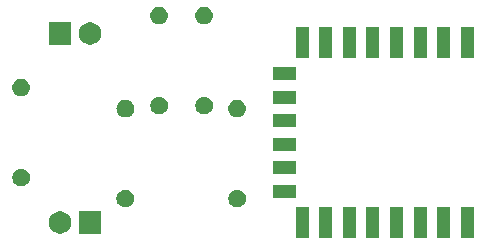
<source format=gbr>
G04 #@! TF.GenerationSoftware,KiCad,Pcbnew,5.1.4+dfsg1-1~bpo10+1*
G04 #@! TF.CreationDate,2022-08-06T21:23:58+05:30*
G04 #@! TF.ProjectId,esp2s,65737032-732e-46b6-9963-61645f706362,rev?*
G04 #@! TF.SameCoordinates,Original*
G04 #@! TF.FileFunction,Soldermask,Top*
G04 #@! TF.FilePolarity,Negative*
%FSLAX46Y46*%
G04 Gerber Fmt 4.6, Leading zero omitted, Abs format (unit mm)*
G04 Created by KiCad (PCBNEW 5.1.4+dfsg1-1~bpo10+1) date 2022-08-06 21:23:58*
%MOMM*%
%LPD*%
G04 APERTURE LIST*
%ADD10C,0.100000*%
G04 APERTURE END LIST*
D10*
G36*
X99525000Y-64019000D02*
G01*
X98423000Y-64019000D01*
X98423000Y-61417000D01*
X99525000Y-61417000D01*
X99525000Y-64019000D01*
X99525000Y-64019000D01*
G37*
G36*
X111525000Y-64019000D02*
G01*
X110423000Y-64019000D01*
X110423000Y-61417000D01*
X111525000Y-61417000D01*
X111525000Y-64019000D01*
X111525000Y-64019000D01*
G37*
G36*
X113525000Y-64019000D02*
G01*
X112423000Y-64019000D01*
X112423000Y-61417000D01*
X113525000Y-61417000D01*
X113525000Y-64019000D01*
X113525000Y-64019000D01*
G37*
G36*
X109525000Y-64019000D02*
G01*
X108423000Y-64019000D01*
X108423000Y-61417000D01*
X109525000Y-61417000D01*
X109525000Y-64019000D01*
X109525000Y-64019000D01*
G37*
G36*
X107525000Y-64019000D02*
G01*
X106423000Y-64019000D01*
X106423000Y-61417000D01*
X107525000Y-61417000D01*
X107525000Y-64019000D01*
X107525000Y-64019000D01*
G37*
G36*
X105525000Y-64019000D02*
G01*
X104423000Y-64019000D01*
X104423000Y-61417000D01*
X105525000Y-61417000D01*
X105525000Y-64019000D01*
X105525000Y-64019000D01*
G37*
G36*
X103525000Y-64019000D02*
G01*
X102423000Y-64019000D01*
X102423000Y-61417000D01*
X103525000Y-61417000D01*
X103525000Y-64019000D01*
X103525000Y-64019000D01*
G37*
G36*
X101525000Y-64019000D02*
G01*
X100423000Y-64019000D01*
X100423000Y-61417000D01*
X101525000Y-61417000D01*
X101525000Y-64019000D01*
X101525000Y-64019000D01*
G37*
G36*
X81977000Y-63689000D02*
G01*
X80075000Y-63689000D01*
X80075000Y-61787000D01*
X81977000Y-61787000D01*
X81977000Y-63689000D01*
X81977000Y-63689000D01*
G37*
G36*
X78763395Y-61823546D02*
G01*
X78936466Y-61895234D01*
X78936467Y-61895235D01*
X79092227Y-61999310D01*
X79224690Y-62131773D01*
X79224691Y-62131775D01*
X79328766Y-62287534D01*
X79400454Y-62460605D01*
X79437000Y-62644333D01*
X79437000Y-62831667D01*
X79400454Y-63015395D01*
X79328766Y-63188466D01*
X79328765Y-63188467D01*
X79224690Y-63344227D01*
X79092227Y-63476690D01*
X79013818Y-63529081D01*
X78936466Y-63580766D01*
X78763395Y-63652454D01*
X78579667Y-63689000D01*
X78392333Y-63689000D01*
X78208605Y-63652454D01*
X78035534Y-63580766D01*
X77958182Y-63529081D01*
X77879773Y-63476690D01*
X77747310Y-63344227D01*
X77643235Y-63188467D01*
X77643234Y-63188466D01*
X77571546Y-63015395D01*
X77535000Y-62831667D01*
X77535000Y-62644333D01*
X77571546Y-62460605D01*
X77643234Y-62287534D01*
X77747309Y-62131775D01*
X77747310Y-62131773D01*
X77879773Y-61999310D01*
X78035533Y-61895235D01*
X78035534Y-61895234D01*
X78208605Y-61823546D01*
X78392333Y-61787000D01*
X78579667Y-61787000D01*
X78763395Y-61823546D01*
X78763395Y-61823546D01*
G37*
G36*
X93691059Y-59983860D02*
G01*
X93827732Y-60040472D01*
X93950735Y-60122660D01*
X94055340Y-60227265D01*
X94137528Y-60350268D01*
X94194140Y-60486941D01*
X94223000Y-60632033D01*
X94223000Y-60779967D01*
X94194140Y-60925059D01*
X94137528Y-61061732D01*
X94055340Y-61184735D01*
X93950735Y-61289340D01*
X93827732Y-61371528D01*
X93827731Y-61371529D01*
X93827730Y-61371529D01*
X93691059Y-61428140D01*
X93545968Y-61457000D01*
X93398032Y-61457000D01*
X93252941Y-61428140D01*
X93116270Y-61371529D01*
X93116269Y-61371529D01*
X93116268Y-61371528D01*
X92993265Y-61289340D01*
X92888660Y-61184735D01*
X92806472Y-61061732D01*
X92749860Y-60925059D01*
X92721000Y-60779967D01*
X92721000Y-60632033D01*
X92749860Y-60486941D01*
X92806472Y-60350268D01*
X92888660Y-60227265D01*
X92993265Y-60122660D01*
X93116268Y-60040472D01*
X93252941Y-59983860D01*
X93398032Y-59955000D01*
X93545968Y-59955000D01*
X93691059Y-59983860D01*
X93691059Y-59983860D01*
G37*
G36*
X84229559Y-59983860D02*
G01*
X84366232Y-60040472D01*
X84489235Y-60122660D01*
X84593840Y-60227265D01*
X84676028Y-60350268D01*
X84732640Y-60486941D01*
X84761500Y-60632033D01*
X84761500Y-60779967D01*
X84732640Y-60925059D01*
X84676028Y-61061732D01*
X84593840Y-61184735D01*
X84489235Y-61289340D01*
X84366232Y-61371528D01*
X84366231Y-61371529D01*
X84366230Y-61371529D01*
X84229559Y-61428140D01*
X84084468Y-61457000D01*
X83936532Y-61457000D01*
X83791441Y-61428140D01*
X83654770Y-61371529D01*
X83654769Y-61371529D01*
X83654768Y-61371528D01*
X83531765Y-61289340D01*
X83427160Y-61184735D01*
X83344972Y-61061732D01*
X83288360Y-60925059D01*
X83259500Y-60779967D01*
X83259500Y-60632033D01*
X83288360Y-60486941D01*
X83344972Y-60350268D01*
X83427160Y-60227265D01*
X83531765Y-60122660D01*
X83654768Y-60040472D01*
X83791441Y-59983860D01*
X83936532Y-59955000D01*
X84084468Y-59955000D01*
X84229559Y-59983860D01*
X84229559Y-59983860D01*
G37*
G36*
X98425000Y-60669000D02*
G01*
X96523000Y-60669000D01*
X96523000Y-59567000D01*
X98425000Y-59567000D01*
X98425000Y-60669000D01*
X98425000Y-60669000D01*
G37*
G36*
X75403059Y-58205860D02*
G01*
X75539732Y-58262472D01*
X75662735Y-58344660D01*
X75767340Y-58449265D01*
X75849528Y-58572268D01*
X75906140Y-58708941D01*
X75935000Y-58854033D01*
X75935000Y-59001967D01*
X75906140Y-59147059D01*
X75849528Y-59283732D01*
X75767340Y-59406735D01*
X75662735Y-59511340D01*
X75539732Y-59593528D01*
X75539731Y-59593529D01*
X75539730Y-59593529D01*
X75403059Y-59650140D01*
X75257968Y-59679000D01*
X75110032Y-59679000D01*
X74964941Y-59650140D01*
X74828270Y-59593529D01*
X74828269Y-59593529D01*
X74828268Y-59593528D01*
X74705265Y-59511340D01*
X74600660Y-59406735D01*
X74518472Y-59283732D01*
X74461860Y-59147059D01*
X74433000Y-59001967D01*
X74433000Y-58854033D01*
X74461860Y-58708941D01*
X74518472Y-58572268D01*
X74600660Y-58449265D01*
X74705265Y-58344660D01*
X74828268Y-58262472D01*
X74964941Y-58205860D01*
X75110032Y-58177000D01*
X75257968Y-58177000D01*
X75403059Y-58205860D01*
X75403059Y-58205860D01*
G37*
G36*
X98425000Y-58669000D02*
G01*
X96523000Y-58669000D01*
X96523000Y-57567000D01*
X98425000Y-57567000D01*
X98425000Y-58669000D01*
X98425000Y-58669000D01*
G37*
G36*
X98425000Y-56669000D02*
G01*
X96523000Y-56669000D01*
X96523000Y-55567000D01*
X98425000Y-55567000D01*
X98425000Y-56669000D01*
X98425000Y-56669000D01*
G37*
G36*
X98425000Y-54669000D02*
G01*
X96523000Y-54669000D01*
X96523000Y-53567000D01*
X98425000Y-53567000D01*
X98425000Y-54669000D01*
X98425000Y-54669000D01*
G37*
G36*
X84084165Y-52338622D02*
G01*
X84157722Y-52345867D01*
X84299286Y-52388810D01*
X84429752Y-52458546D01*
X84451346Y-52476268D01*
X84544107Y-52552393D01*
X84593796Y-52612941D01*
X84637954Y-52666748D01*
X84707690Y-52797214D01*
X84750633Y-52938778D01*
X84765133Y-53086000D01*
X84750633Y-53233222D01*
X84707690Y-53374786D01*
X84637954Y-53505252D01*
X84613508Y-53535040D01*
X84544107Y-53619607D01*
X84459540Y-53689008D01*
X84429752Y-53713454D01*
X84299286Y-53783190D01*
X84157722Y-53826133D01*
X84084165Y-53833378D01*
X84047388Y-53837000D01*
X83973612Y-53837000D01*
X83936835Y-53833378D01*
X83863278Y-53826133D01*
X83721714Y-53783190D01*
X83591248Y-53713454D01*
X83561460Y-53689008D01*
X83476893Y-53619607D01*
X83407492Y-53535040D01*
X83383046Y-53505252D01*
X83313310Y-53374786D01*
X83270367Y-53233222D01*
X83255867Y-53086000D01*
X83270367Y-52938778D01*
X83313310Y-52797214D01*
X83383046Y-52666748D01*
X83427204Y-52612941D01*
X83476893Y-52552393D01*
X83569654Y-52476268D01*
X83591248Y-52458546D01*
X83721714Y-52388810D01*
X83863278Y-52345867D01*
X83936835Y-52338622D01*
X83973612Y-52335000D01*
X84047388Y-52335000D01*
X84084165Y-52338622D01*
X84084165Y-52338622D01*
G37*
G36*
X93545665Y-52338622D02*
G01*
X93619222Y-52345867D01*
X93760786Y-52388810D01*
X93891252Y-52458546D01*
X93912846Y-52476268D01*
X94005607Y-52552393D01*
X94055296Y-52612941D01*
X94099454Y-52666748D01*
X94169190Y-52797214D01*
X94212133Y-52938778D01*
X94226633Y-53086000D01*
X94212133Y-53233222D01*
X94169190Y-53374786D01*
X94099454Y-53505252D01*
X94075008Y-53535040D01*
X94005607Y-53619607D01*
X93921040Y-53689008D01*
X93891252Y-53713454D01*
X93760786Y-53783190D01*
X93619222Y-53826133D01*
X93545665Y-53833378D01*
X93508888Y-53837000D01*
X93435112Y-53837000D01*
X93398335Y-53833378D01*
X93324778Y-53826133D01*
X93183214Y-53783190D01*
X93052748Y-53713454D01*
X93022960Y-53689008D01*
X92938393Y-53619607D01*
X92868992Y-53535040D01*
X92844546Y-53505252D01*
X92774810Y-53374786D01*
X92731867Y-53233222D01*
X92717367Y-53086000D01*
X92731867Y-52938778D01*
X92774810Y-52797214D01*
X92844546Y-52666748D01*
X92888704Y-52612941D01*
X92938393Y-52552393D01*
X93031154Y-52476268D01*
X93052748Y-52458546D01*
X93183214Y-52388810D01*
X93324778Y-52345867D01*
X93398335Y-52338622D01*
X93435112Y-52335000D01*
X93508888Y-52335000D01*
X93545665Y-52338622D01*
X93545665Y-52338622D01*
G37*
G36*
X87087059Y-52109860D02*
G01*
X87223732Y-52166472D01*
X87346735Y-52248660D01*
X87451340Y-52353265D01*
X87533528Y-52476268D01*
X87590140Y-52612941D01*
X87619000Y-52758033D01*
X87619000Y-52905967D01*
X87590140Y-53051059D01*
X87533528Y-53187732D01*
X87451340Y-53310735D01*
X87346735Y-53415340D01*
X87223732Y-53497528D01*
X87223731Y-53497529D01*
X87223730Y-53497529D01*
X87087059Y-53554140D01*
X86941968Y-53583000D01*
X86794032Y-53583000D01*
X86648941Y-53554140D01*
X86512270Y-53497529D01*
X86512269Y-53497529D01*
X86512268Y-53497528D01*
X86389265Y-53415340D01*
X86284660Y-53310735D01*
X86202472Y-53187732D01*
X86145860Y-53051059D01*
X86117000Y-52905967D01*
X86117000Y-52758033D01*
X86145860Y-52612941D01*
X86202472Y-52476268D01*
X86284660Y-52353265D01*
X86389265Y-52248660D01*
X86512268Y-52166472D01*
X86648941Y-52109860D01*
X86794032Y-52081000D01*
X86941968Y-52081000D01*
X87087059Y-52109860D01*
X87087059Y-52109860D01*
G37*
G36*
X90897059Y-52109860D02*
G01*
X91033732Y-52166472D01*
X91156735Y-52248660D01*
X91261340Y-52353265D01*
X91343528Y-52476268D01*
X91400140Y-52612941D01*
X91429000Y-52758033D01*
X91429000Y-52905967D01*
X91400140Y-53051059D01*
X91343528Y-53187732D01*
X91261340Y-53310735D01*
X91156735Y-53415340D01*
X91033732Y-53497528D01*
X91033731Y-53497529D01*
X91033730Y-53497529D01*
X90897059Y-53554140D01*
X90751968Y-53583000D01*
X90604032Y-53583000D01*
X90458941Y-53554140D01*
X90322270Y-53497529D01*
X90322269Y-53497529D01*
X90322268Y-53497528D01*
X90199265Y-53415340D01*
X90094660Y-53310735D01*
X90012472Y-53187732D01*
X89955860Y-53051059D01*
X89927000Y-52905967D01*
X89927000Y-52758033D01*
X89955860Y-52612941D01*
X90012472Y-52476268D01*
X90094660Y-52353265D01*
X90199265Y-52248660D01*
X90322268Y-52166472D01*
X90458941Y-52109860D01*
X90604032Y-52081000D01*
X90751968Y-52081000D01*
X90897059Y-52109860D01*
X90897059Y-52109860D01*
G37*
G36*
X98425000Y-52669000D02*
G01*
X96523000Y-52669000D01*
X96523000Y-51567000D01*
X98425000Y-51567000D01*
X98425000Y-52669000D01*
X98425000Y-52669000D01*
G37*
G36*
X75257665Y-50560622D02*
G01*
X75331222Y-50567867D01*
X75472786Y-50610810D01*
X75603252Y-50680546D01*
X75633040Y-50704992D01*
X75717607Y-50774393D01*
X75787008Y-50858960D01*
X75811454Y-50888748D01*
X75881190Y-51019214D01*
X75924133Y-51160778D01*
X75938633Y-51308000D01*
X75924133Y-51455222D01*
X75881190Y-51596786D01*
X75811454Y-51727252D01*
X75787008Y-51757040D01*
X75717607Y-51841607D01*
X75633040Y-51911008D01*
X75603252Y-51935454D01*
X75472786Y-52005190D01*
X75331222Y-52048133D01*
X75257665Y-52055378D01*
X75220888Y-52059000D01*
X75147112Y-52059000D01*
X75110335Y-52055378D01*
X75036778Y-52048133D01*
X74895214Y-52005190D01*
X74764748Y-51935454D01*
X74734960Y-51911008D01*
X74650393Y-51841607D01*
X74580992Y-51757040D01*
X74556546Y-51727252D01*
X74486810Y-51596786D01*
X74443867Y-51455222D01*
X74429367Y-51308000D01*
X74443867Y-51160778D01*
X74486810Y-51019214D01*
X74556546Y-50888748D01*
X74580992Y-50858960D01*
X74650393Y-50774393D01*
X74734960Y-50704992D01*
X74764748Y-50680546D01*
X74895214Y-50610810D01*
X75036778Y-50567867D01*
X75110335Y-50560622D01*
X75147112Y-50557000D01*
X75220888Y-50557000D01*
X75257665Y-50560622D01*
X75257665Y-50560622D01*
G37*
G36*
X98425000Y-50669000D02*
G01*
X96523000Y-50669000D01*
X96523000Y-49567000D01*
X98425000Y-49567000D01*
X98425000Y-50669000D01*
X98425000Y-50669000D01*
G37*
G36*
X113525000Y-48819000D02*
G01*
X112423000Y-48819000D01*
X112423000Y-46217000D01*
X113525000Y-46217000D01*
X113525000Y-48819000D01*
X113525000Y-48819000D01*
G37*
G36*
X107525000Y-48819000D02*
G01*
X106423000Y-48819000D01*
X106423000Y-46217000D01*
X107525000Y-46217000D01*
X107525000Y-48819000D01*
X107525000Y-48819000D01*
G37*
G36*
X101525000Y-48819000D02*
G01*
X100423000Y-48819000D01*
X100423000Y-46217000D01*
X101525000Y-46217000D01*
X101525000Y-48819000D01*
X101525000Y-48819000D01*
G37*
G36*
X99525000Y-48819000D02*
G01*
X98423000Y-48819000D01*
X98423000Y-46217000D01*
X99525000Y-46217000D01*
X99525000Y-48819000D01*
X99525000Y-48819000D01*
G37*
G36*
X105525000Y-48819000D02*
G01*
X104423000Y-48819000D01*
X104423000Y-46217000D01*
X105525000Y-46217000D01*
X105525000Y-48819000D01*
X105525000Y-48819000D01*
G37*
G36*
X111525000Y-48819000D02*
G01*
X110423000Y-48819000D01*
X110423000Y-46217000D01*
X111525000Y-46217000D01*
X111525000Y-48819000D01*
X111525000Y-48819000D01*
G37*
G36*
X103525000Y-48819000D02*
G01*
X102423000Y-48819000D01*
X102423000Y-46217000D01*
X103525000Y-46217000D01*
X103525000Y-48819000D01*
X103525000Y-48819000D01*
G37*
G36*
X109525000Y-48819000D02*
G01*
X108423000Y-48819000D01*
X108423000Y-46217000D01*
X109525000Y-46217000D01*
X109525000Y-48819000D01*
X109525000Y-48819000D01*
G37*
G36*
X81303395Y-45821546D02*
G01*
X81476466Y-45893234D01*
X81553818Y-45944919D01*
X81632227Y-45997310D01*
X81764690Y-46129773D01*
X81764691Y-46129775D01*
X81868766Y-46285534D01*
X81940454Y-46458605D01*
X81977000Y-46642333D01*
X81977000Y-46829667D01*
X81940454Y-47013395D01*
X81868766Y-47186466D01*
X81868765Y-47186467D01*
X81764690Y-47342227D01*
X81632227Y-47474690D01*
X81553818Y-47527081D01*
X81476466Y-47578766D01*
X81303395Y-47650454D01*
X81119667Y-47687000D01*
X80932333Y-47687000D01*
X80748605Y-47650454D01*
X80575534Y-47578766D01*
X80498182Y-47527081D01*
X80419773Y-47474690D01*
X80287310Y-47342227D01*
X80183235Y-47186467D01*
X80183234Y-47186466D01*
X80111546Y-47013395D01*
X80075000Y-46829667D01*
X80075000Y-46642333D01*
X80111546Y-46458605D01*
X80183234Y-46285534D01*
X80287309Y-46129775D01*
X80287310Y-46129773D01*
X80419773Y-45997310D01*
X80498182Y-45944919D01*
X80575534Y-45893234D01*
X80748605Y-45821546D01*
X80932333Y-45785000D01*
X81119667Y-45785000D01*
X81303395Y-45821546D01*
X81303395Y-45821546D01*
G37*
G36*
X79437000Y-47687000D02*
G01*
X77535000Y-47687000D01*
X77535000Y-45785000D01*
X79437000Y-45785000D01*
X79437000Y-47687000D01*
X79437000Y-47687000D01*
G37*
G36*
X90751665Y-44464622D02*
G01*
X90825222Y-44471867D01*
X90966786Y-44514810D01*
X91097252Y-44584546D01*
X91127040Y-44608992D01*
X91211607Y-44678393D01*
X91281008Y-44762960D01*
X91305454Y-44792748D01*
X91375190Y-44923214D01*
X91418133Y-45064778D01*
X91432633Y-45212000D01*
X91418133Y-45359222D01*
X91375190Y-45500786D01*
X91305454Y-45631252D01*
X91281008Y-45661040D01*
X91211607Y-45745607D01*
X91127040Y-45815008D01*
X91097252Y-45839454D01*
X90966786Y-45909190D01*
X90825222Y-45952133D01*
X90751665Y-45959378D01*
X90714888Y-45963000D01*
X90641112Y-45963000D01*
X90604335Y-45959378D01*
X90530778Y-45952133D01*
X90389214Y-45909190D01*
X90258748Y-45839454D01*
X90228960Y-45815008D01*
X90144393Y-45745607D01*
X90074992Y-45661040D01*
X90050546Y-45631252D01*
X89980810Y-45500786D01*
X89937867Y-45359222D01*
X89923367Y-45212000D01*
X89937867Y-45064778D01*
X89980810Y-44923214D01*
X90050546Y-44792748D01*
X90074992Y-44762960D01*
X90144393Y-44678393D01*
X90228960Y-44608992D01*
X90258748Y-44584546D01*
X90389214Y-44514810D01*
X90530778Y-44471867D01*
X90604335Y-44464622D01*
X90641112Y-44461000D01*
X90714888Y-44461000D01*
X90751665Y-44464622D01*
X90751665Y-44464622D01*
G37*
G36*
X86941665Y-44464622D02*
G01*
X87015222Y-44471867D01*
X87156786Y-44514810D01*
X87287252Y-44584546D01*
X87317040Y-44608992D01*
X87401607Y-44678393D01*
X87471008Y-44762960D01*
X87495454Y-44792748D01*
X87565190Y-44923214D01*
X87608133Y-45064778D01*
X87622633Y-45212000D01*
X87608133Y-45359222D01*
X87565190Y-45500786D01*
X87495454Y-45631252D01*
X87471008Y-45661040D01*
X87401607Y-45745607D01*
X87317040Y-45815008D01*
X87287252Y-45839454D01*
X87156786Y-45909190D01*
X87015222Y-45952133D01*
X86941665Y-45959378D01*
X86904888Y-45963000D01*
X86831112Y-45963000D01*
X86794335Y-45959378D01*
X86720778Y-45952133D01*
X86579214Y-45909190D01*
X86448748Y-45839454D01*
X86418960Y-45815008D01*
X86334393Y-45745607D01*
X86264992Y-45661040D01*
X86240546Y-45631252D01*
X86170810Y-45500786D01*
X86127867Y-45359222D01*
X86113367Y-45212000D01*
X86127867Y-45064778D01*
X86170810Y-44923214D01*
X86240546Y-44792748D01*
X86264992Y-44762960D01*
X86334393Y-44678393D01*
X86418960Y-44608992D01*
X86448748Y-44584546D01*
X86579214Y-44514810D01*
X86720778Y-44471867D01*
X86794335Y-44464622D01*
X86831112Y-44461000D01*
X86904888Y-44461000D01*
X86941665Y-44464622D01*
X86941665Y-44464622D01*
G37*
M02*

</source>
